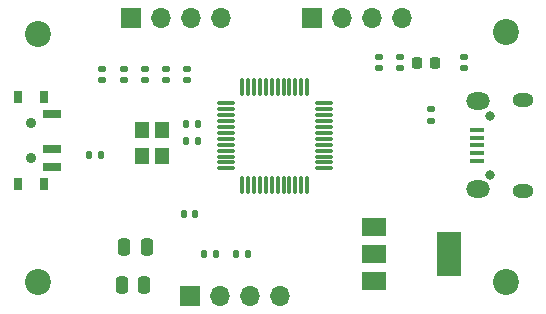
<source format=gbr>
%TF.GenerationSoftware,KiCad,Pcbnew,(6.0.7)*%
%TF.CreationDate,2022-10-16T00:38:09+07:00*%
%TF.ProjectId,bai1,62616931-2e6b-4696-9361-645f70636258,rev?*%
%TF.SameCoordinates,Original*%
%TF.FileFunction,Soldermask,Top*%
%TF.FilePolarity,Negative*%
%FSLAX46Y46*%
G04 Gerber Fmt 4.6, Leading zero omitted, Abs format (unit mm)*
G04 Created by KiCad (PCBNEW (6.0.7)) date 2022-10-16 00:38:09*
%MOMM*%
%LPD*%
G01*
G04 APERTURE LIST*
G04 Aperture macros list*
%AMRoundRect*
0 Rectangle with rounded corners*
0 $1 Rounding radius*
0 $2 $3 $4 $5 $6 $7 $8 $9 X,Y pos of 4 corners*
0 Add a 4 corners polygon primitive as box body*
4,1,4,$2,$3,$4,$5,$6,$7,$8,$9,$2,$3,0*
0 Add four circle primitives for the rounded corners*
1,1,$1+$1,$2,$3*
1,1,$1+$1,$4,$5*
1,1,$1+$1,$6,$7*
1,1,$1+$1,$8,$9*
0 Add four rect primitives between the rounded corners*
20,1,$1+$1,$2,$3,$4,$5,0*
20,1,$1+$1,$4,$5,$6,$7,0*
20,1,$1+$1,$6,$7,$8,$9,0*
20,1,$1+$1,$8,$9,$2,$3,0*%
G04 Aperture macros list end*
%ADD10C,2.200000*%
%ADD11R,1.200000X1.400000*%
%ADD12R,1.700000X1.700000*%
%ADD13O,1.700000X1.700000*%
%ADD14R,1.500000X0.700000*%
%ADD15C,0.900000*%
%ADD16R,0.800000X1.000000*%
%ADD17O,0.800000X0.800000*%
%ADD18R,1.300000X0.450000*%
%ADD19O,2.000000X1.450000*%
%ADD20O,1.800000X1.150000*%
%ADD21RoundRect,0.075000X-0.662500X-0.075000X0.662500X-0.075000X0.662500X0.075000X-0.662500X0.075000X0*%
%ADD22RoundRect,0.075000X-0.075000X-0.662500X0.075000X-0.662500X0.075000X0.662500X-0.075000X0.662500X0*%
%ADD23RoundRect,0.140000X0.170000X-0.140000X0.170000X0.140000X-0.170000X0.140000X-0.170000X-0.140000X0*%
%ADD24RoundRect,0.250000X0.250000X0.475000X-0.250000X0.475000X-0.250000X-0.475000X0.250000X-0.475000X0*%
%ADD25RoundRect,0.135000X-0.135000X-0.185000X0.135000X-0.185000X0.135000X0.185000X-0.135000X0.185000X0*%
%ADD26RoundRect,0.140000X0.140000X0.170000X-0.140000X0.170000X-0.140000X-0.170000X0.140000X-0.170000X0*%
%ADD27RoundRect,0.135000X-0.185000X0.135000X-0.185000X-0.135000X0.185000X-0.135000X0.185000X0.135000X0*%
%ADD28RoundRect,0.250000X-0.250000X-0.475000X0.250000X-0.475000X0.250000X0.475000X-0.250000X0.475000X0*%
%ADD29R,2.000000X1.500000*%
%ADD30R,2.000000X3.800000*%
%ADD31RoundRect,0.218750X0.218750X0.256250X-0.218750X0.256250X-0.218750X-0.256250X0.218750X-0.256250X0*%
G04 APERTURE END LIST*
D10*
%TO.C,H4*%
X103000000Y-88400000D03*
%TD*%
D11*
%TO.C,Y1*%
X72150000Y-75500000D03*
X72150000Y-77700000D03*
X73850000Y-77700000D03*
X73850000Y-75500000D03*
%TD*%
D12*
%TO.C,USART1*%
X71200000Y-66000000D03*
D13*
X73740000Y-66000000D03*
X76280000Y-66000000D03*
X78820000Y-66000000D03*
%TD*%
D14*
%TO.C,SW1*%
X64505000Y-78650000D03*
X64505000Y-77150000D03*
X64505000Y-74150000D03*
D15*
X62745000Y-74900000D03*
X62745000Y-77900000D03*
D16*
X63855000Y-72750000D03*
X61645000Y-80050000D03*
X61645000Y-72750000D03*
X63855000Y-80050000D03*
%TD*%
D13*
%TO.C,J3*%
X94220000Y-66000000D03*
X91680000Y-66000000D03*
X89140000Y-66000000D03*
D12*
X86600000Y-66000000D03*
%TD*%
D17*
%TO.C,J2*%
X101645000Y-79300000D03*
X101645000Y-74300000D03*
D18*
X100545000Y-78100000D03*
X100545000Y-77450000D03*
X100545000Y-76800000D03*
X100545000Y-76150000D03*
X100545000Y-75500000D03*
D19*
X100595000Y-80525000D03*
X100595000Y-73075000D03*
D20*
X104395000Y-80675000D03*
X104395000Y-72925000D03*
%TD*%
D13*
%TO.C,I2C1*%
X83820000Y-89600000D03*
X81280000Y-89600000D03*
X78740000Y-89600000D03*
D12*
X76200000Y-89600000D03*
%TD*%
D10*
%TO.C,H3*%
X63400000Y-67400000D03*
%TD*%
%TO.C,H2*%
X103000000Y-67200000D03*
%TD*%
%TO.C,H1*%
X63400000Y-88400000D03*
%TD*%
D21*
%TO.C,U2*%
X79237500Y-73250000D03*
X79237500Y-73750000D03*
X79237500Y-74250000D03*
X79237500Y-74750000D03*
X79237500Y-75250000D03*
X79237500Y-75750000D03*
X79237500Y-76250000D03*
X79237500Y-76750000D03*
X79237500Y-77250000D03*
X79237500Y-77750000D03*
X79237500Y-78250000D03*
X79237500Y-78750000D03*
D22*
X80650000Y-80162500D03*
X81150000Y-80162500D03*
X81650000Y-80162500D03*
X82150000Y-80162500D03*
X82650000Y-80162500D03*
X83150000Y-80162500D03*
X83650000Y-80162500D03*
X84150000Y-80162500D03*
X84650000Y-80162500D03*
X85150000Y-80162500D03*
X85650000Y-80162500D03*
X86150000Y-80162500D03*
D21*
X87562500Y-78750000D03*
X87562500Y-78250000D03*
X87562500Y-77750000D03*
X87562500Y-77250000D03*
X87562500Y-76750000D03*
X87562500Y-76250000D03*
X87562500Y-75750000D03*
X87562500Y-75250000D03*
X87562500Y-74750000D03*
X87562500Y-74250000D03*
X87562500Y-73750000D03*
X87562500Y-73250000D03*
D22*
X86150000Y-71837500D03*
X85650000Y-71837500D03*
X85150000Y-71837500D03*
X84650000Y-71837500D03*
X84150000Y-71837500D03*
X83650000Y-71837500D03*
X83150000Y-71837500D03*
X82650000Y-71837500D03*
X82150000Y-71837500D03*
X81650000Y-71837500D03*
X81150000Y-71837500D03*
X80650000Y-71837500D03*
%TD*%
D23*
%TO.C,C7*%
X94000000Y-70280000D03*
X94000000Y-69320000D03*
%TD*%
D24*
%TO.C,C14*%
X72350000Y-88600000D03*
X70450000Y-88600000D03*
%TD*%
D23*
%TO.C,C8*%
X99400000Y-70280000D03*
X99400000Y-69320000D03*
%TD*%
D25*
%TO.C,R3*%
X77400000Y-86000000D03*
X78420000Y-86000000D03*
%TD*%
D23*
%TO.C,C3*%
X72400000Y-71280000D03*
X72400000Y-70320000D03*
%TD*%
%TO.C,C4*%
X74200000Y-71280000D03*
X74200000Y-70320000D03*
%TD*%
D26*
%TO.C,C10*%
X76880000Y-75000000D03*
X75920000Y-75000000D03*
%TD*%
D27*
%TO.C,R2*%
X96600000Y-74710000D03*
X96600000Y-73690000D03*
%TD*%
D28*
%TO.C,C13*%
X70650000Y-85400000D03*
X72550000Y-85400000D03*
%TD*%
D29*
%TO.C,U1*%
X91850000Y-83700000D03*
D30*
X98150000Y-86000000D03*
D29*
X91850000Y-86000000D03*
X91850000Y-88300000D03*
%TD*%
D23*
%TO.C,C6*%
X92200000Y-70280000D03*
X92200000Y-69320000D03*
%TD*%
D31*
%TO.C,L1*%
X96987500Y-69800000D03*
X95412500Y-69800000D03*
%TD*%
D26*
%TO.C,C11*%
X76880000Y-76400000D03*
X75920000Y-76400000D03*
%TD*%
D23*
%TO.C,C1*%
X68800000Y-71280000D03*
X68800000Y-70320000D03*
%TD*%
D25*
%TO.C,R1*%
X67690000Y-77600000D03*
X68710000Y-77600000D03*
%TD*%
D23*
%TO.C,C2*%
X70600000Y-71280000D03*
X70600000Y-70320000D03*
%TD*%
D25*
%TO.C,R4*%
X80090000Y-86000000D03*
X81110000Y-86000000D03*
%TD*%
D23*
%TO.C,C5*%
X76000000Y-71280000D03*
X76000000Y-70320000D03*
%TD*%
D26*
%TO.C,C9*%
X76680000Y-82600000D03*
X75720000Y-82600000D03*
%TD*%
M02*

</source>
